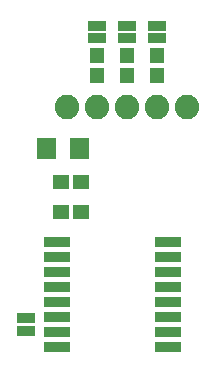
<source format=gts>
G04 Layer: TopSolderMaskLayer*
G04 EasyEDA v6.4.7, 2020-11-21T23:36:06--8:00*
G04 5ff2efe16aa84f8f9e73a5c42d6c7546,4c52adb9b7084d04897e24a6e005c639,00*
G04 Gerber Generator version 0.2*
G04 Scale: 100 percent, Rotated: No, Reflected: No *
G04 Dimensions in inches *
G04 leading zeros omitted , absolute positions ,2 integer and 4 decimal *
%FSLAX24Y24*%
%MOIN*%
G90*
D02*

%ADD23C,0.082000*%

%LPD*%
G36*
G01X3578Y5388D02*
G01X3578Y5862D01*
G01X4090Y5862D01*
G01X4090Y5388D01*
G01X3578Y5388D01*
G37*
G36*
G01X2909Y5388D02*
G01X2909Y5862D01*
G01X3422Y5862D01*
G01X3422Y5388D01*
G01X2909Y5388D01*
G37*
G54D23*
G01X3375Y9125D03*
G01X4375Y9125D03*
G01X5375Y9125D03*
G01X6375Y9125D03*
G01X7375Y9125D03*
G36*
G01X5085Y11660D02*
G01X5085Y12000D01*
G01X5665Y12000D01*
G01X5665Y11660D01*
G01X5085Y11660D01*
G37*
G36*
G01X5085Y11250D02*
G01X5085Y11590D01*
G01X5665Y11590D01*
G01X5665Y11250D01*
G01X5085Y11250D01*
G37*
G36*
G01X4085Y11660D02*
G01X4085Y12000D01*
G01X4665Y12000D01*
G01X4665Y11660D01*
G01X4085Y11660D01*
G37*
G36*
G01X4085Y11250D02*
G01X4085Y11590D01*
G01X4665Y11590D01*
G01X4665Y11250D01*
G01X4085Y11250D01*
G37*
G36*
G01X6085Y11660D02*
G01X6085Y12000D01*
G01X6665Y12000D01*
G01X6665Y11660D01*
G01X6085Y11660D01*
G37*
G36*
G01X6085Y11250D02*
G01X6085Y11590D01*
G01X6665Y11590D01*
G01X6665Y11250D01*
G01X6085Y11250D01*
G37*
G36*
G01X5138Y9909D02*
G01X5138Y10422D01*
G01X5612Y10422D01*
G01X5612Y9909D01*
G01X5138Y9909D01*
G37*
G36*
G01X5138Y10578D02*
G01X5138Y11091D01*
G01X5612Y11091D01*
G01X5612Y10578D01*
G01X5138Y10578D01*
G37*
G36*
G01X4138Y9909D02*
G01X4138Y10422D01*
G01X4612Y10422D01*
G01X4612Y9909D01*
G01X4138Y9909D01*
G37*
G36*
G01X4138Y10578D02*
G01X4138Y11091D01*
G01X4612Y11091D01*
G01X4612Y10578D01*
G01X4138Y10578D01*
G37*
G36*
G01X6138Y9909D02*
G01X6138Y10422D01*
G01X6612Y10422D01*
G01X6612Y9909D01*
G01X6138Y9909D01*
G37*
G36*
G01X6138Y10578D02*
G01X6138Y11091D01*
G01X6612Y11091D01*
G01X6612Y10578D01*
G01X6138Y10578D01*
G37*
G36*
G01X6290Y965D02*
G01X6290Y1285D01*
G01X7159Y1285D01*
G01X7159Y965D01*
G01X6290Y965D01*
G37*
G36*
G01X6290Y1465D02*
G01X6290Y1785D01*
G01X7159Y1785D01*
G01X7159Y1465D01*
G01X6290Y1465D01*
G37*
G36*
G01X6290Y1964D02*
G01X6290Y2285D01*
G01X7159Y2285D01*
G01X7159Y1964D01*
G01X6290Y1964D01*
G37*
G36*
G01X6290Y2465D02*
G01X6290Y2785D01*
G01X7159Y2785D01*
G01X7159Y2465D01*
G01X6290Y2465D01*
G37*
G36*
G01X6290Y2965D02*
G01X6290Y3285D01*
G01X7159Y3285D01*
G01X7159Y2965D01*
G01X6290Y2965D01*
G37*
G36*
G01X6290Y3465D02*
G01X6290Y3785D01*
G01X7159Y3785D01*
G01X7159Y3465D01*
G01X6290Y3465D01*
G37*
G36*
G01X6290Y3965D02*
G01X6290Y4285D01*
G01X7159Y4285D01*
G01X7159Y3965D01*
G01X6290Y3965D01*
G37*
G36*
G01X6290Y4465D02*
G01X6290Y4785D01*
G01X7159Y4785D01*
G01X7159Y4465D01*
G01X6290Y4465D01*
G37*
G36*
G01X2590Y4465D02*
G01X2590Y4785D01*
G01X3460Y4785D01*
G01X3460Y4465D01*
G01X2590Y4465D01*
G37*
G36*
G01X2590Y3965D02*
G01X2590Y4285D01*
G01X3460Y4285D01*
G01X3460Y3965D01*
G01X2590Y3965D01*
G37*
G36*
G01X2590Y3465D02*
G01X2590Y3785D01*
G01X3460Y3785D01*
G01X3460Y3465D01*
G01X2590Y3465D01*
G37*
G36*
G01X2590Y2965D02*
G01X2590Y3285D01*
G01X3460Y3285D01*
G01X3460Y2965D01*
G01X2590Y2965D01*
G37*
G36*
G01X2590Y2465D02*
G01X2590Y2785D01*
G01X3460Y2785D01*
G01X3460Y2465D01*
G01X2590Y2465D01*
G37*
G36*
G01X2590Y1964D02*
G01X2590Y2285D01*
G01X3460Y2285D01*
G01X3460Y1964D01*
G01X2590Y1964D01*
G37*
G36*
G01X2590Y1465D02*
G01X2590Y1785D01*
G01X3460Y1785D01*
G01X3460Y1465D01*
G01X2590Y1465D01*
G37*
G36*
G01X2590Y965D02*
G01X2590Y1285D01*
G01X3460Y1285D01*
G01X3460Y965D01*
G01X2590Y965D01*
G37*
G36*
G01X1710Y1910D02*
G01X1710Y2250D01*
G01X2290Y2250D01*
G01X2290Y1910D01*
G01X1710Y1910D01*
G37*
G36*
G01X1710Y1500D02*
G01X1710Y1839D01*
G01X2290Y1839D01*
G01X2290Y1500D01*
G01X1710Y1500D01*
G37*
G36*
G01X3578Y6388D02*
G01X3578Y6862D01*
G01X4090Y6862D01*
G01X4090Y6388D01*
G01X3578Y6388D01*
G37*
G36*
G01X2909Y6388D02*
G01X2909Y6862D01*
G01X3422Y6862D01*
G01X3422Y6388D01*
G01X2909Y6388D01*
G37*
G36*
G01X2383Y7395D02*
G01X2383Y8105D01*
G01X3014Y8105D01*
G01X3014Y7395D01*
G01X2383Y7395D01*
G37*
G36*
G01X3486Y7395D02*
G01X3486Y8105D01*
G01X4117Y8105D01*
G01X4117Y7395D01*
G01X3486Y7395D01*
G37*
M00*
M02*

</source>
